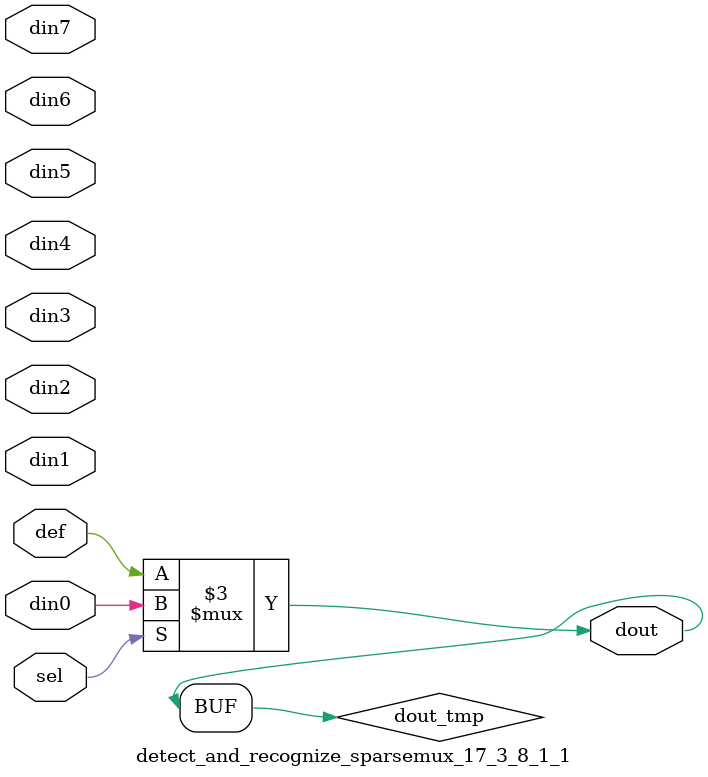
<source format=v>
`timescale 1ns / 1ps

module detect_and_recognize_sparsemux_17_3_8_1_1 (din0,din1,din2,din3,din4,din5,din6,din7,def,sel,dout);

parameter din0_WIDTH = 1;

parameter din1_WIDTH = 1;

parameter din2_WIDTH = 1;

parameter din3_WIDTH = 1;

parameter din4_WIDTH = 1;

parameter din5_WIDTH = 1;

parameter din6_WIDTH = 1;

parameter din7_WIDTH = 1;

parameter def_WIDTH = 1;
parameter sel_WIDTH = 1;
parameter dout_WIDTH = 1;

parameter [sel_WIDTH-1:0] CASE0 = 1;

parameter [sel_WIDTH-1:0] CASE1 = 1;

parameter [sel_WIDTH-1:0] CASE2 = 1;

parameter [sel_WIDTH-1:0] CASE3 = 1;

parameter [sel_WIDTH-1:0] CASE4 = 1;

parameter [sel_WIDTH-1:0] CASE5 = 1;

parameter [sel_WIDTH-1:0] CASE6 = 1;

parameter [sel_WIDTH-1:0] CASE7 = 1;

parameter ID = 1;
parameter NUM_STAGE = 1;



input [din0_WIDTH-1:0] din0;

input [din1_WIDTH-1:0] din1;

input [din2_WIDTH-1:0] din2;

input [din3_WIDTH-1:0] din3;

input [din4_WIDTH-1:0] din4;

input [din5_WIDTH-1:0] din5;

input [din6_WIDTH-1:0] din6;

input [din7_WIDTH-1:0] din7;

input [def_WIDTH-1:0] def;
input [sel_WIDTH-1:0] sel;

output [dout_WIDTH-1:0] dout;



reg [dout_WIDTH-1:0] dout_tmp;


always @ (*) begin
(* parallel_case *) case (sel)
    
    CASE0 : dout_tmp = din0;
    
    CASE1 : dout_tmp = din1;
    
    CASE2 : dout_tmp = din2;
    
    CASE3 : dout_tmp = din3;
    
    CASE4 : dout_tmp = din4;
    
    CASE5 : dout_tmp = din5;
    
    CASE6 : dout_tmp = din6;
    
    CASE7 : dout_tmp = din7;
    
    default : dout_tmp = def;
endcase
end


assign dout = dout_tmp;



endmodule

</source>
